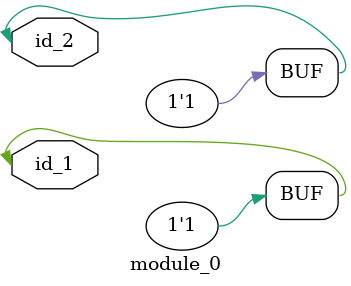
<source format=v>
module module_0 (
    id_1,
    id_2
);
  input id_2;
  input id_1;
  assign id_2 = id_1;
  assign id_2 = 1;
  always @(*) begin
    id_2 = 1'b0;
  end
endmodule

</source>
